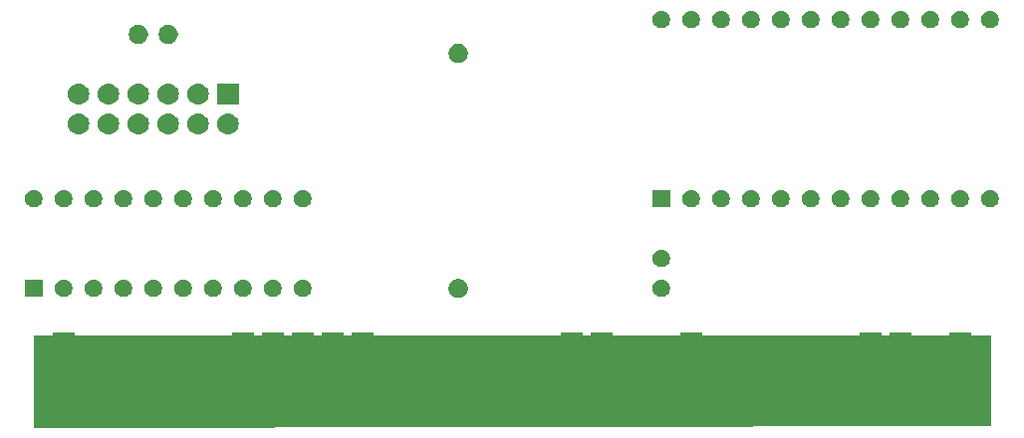
<source format=gbs>
G04 #@! TF.GenerationSoftware,KiCad,Pcbnew,(5.1.4)-1*
G04 #@! TF.CreationDate,2019-12-21T06:29:15+01:00*
G04 #@! TF.ProjectId,RTC8088,52544338-3038-4382-9e6b-696361645f70,rev?*
G04 #@! TF.SameCoordinates,Original*
G04 #@! TF.FileFunction,Soldermask,Bot*
G04 #@! TF.FilePolarity,Negative*
%FSLAX46Y46*%
G04 Gerber Fmt 4.6, Leading zero omitted, Abs format (unit mm)*
G04 Created by KiCad (PCBNEW (5.1.4)-1) date 2019-12-21 06:29:15*
%MOMM*%
%LPD*%
G04 APERTURE LIST*
%ADD10C,0.100000*%
G04 APERTURE END LIST*
D10*
G36*
X186690000Y-106934000D02*
G01*
X105410000Y-107061000D01*
X105410000Y-99314000D01*
X186690000Y-99314000D01*
X186690000Y-106934000D01*
G37*
X186690000Y-106934000D02*
X105410000Y-107061000D01*
X105410000Y-99314000D01*
X186690000Y-99314000D01*
X186690000Y-106934000D01*
G36*
X185090000Y-106731000D02*
G01*
X183210000Y-106731000D01*
X183210000Y-99009000D01*
X185090000Y-99009000D01*
X185090000Y-106731000D01*
X185090000Y-106731000D01*
G37*
G36*
X129210000Y-106731000D02*
G01*
X127330000Y-106731000D01*
X127330000Y-99009000D01*
X129210000Y-99009000D01*
X129210000Y-106731000D01*
X129210000Y-106731000D01*
G37*
G36*
X108890000Y-106731000D02*
G01*
X107010000Y-106731000D01*
X107010000Y-99009000D01*
X108890000Y-99009000D01*
X108890000Y-106731000D01*
X108890000Y-106731000D01*
G37*
G36*
X124130000Y-106731000D02*
G01*
X122250000Y-106731000D01*
X122250000Y-99009000D01*
X124130000Y-99009000D01*
X124130000Y-106731000D01*
X124130000Y-106731000D01*
G37*
G36*
X126670000Y-106731000D02*
G01*
X124790000Y-106731000D01*
X124790000Y-99009000D01*
X126670000Y-99009000D01*
X126670000Y-106731000D01*
X126670000Y-106731000D01*
G37*
G36*
X131750000Y-106731000D02*
G01*
X129870000Y-106731000D01*
X129870000Y-99009000D01*
X131750000Y-99009000D01*
X131750000Y-106731000D01*
X131750000Y-106731000D01*
G37*
G36*
X134290000Y-106731000D02*
G01*
X132410000Y-106731000D01*
X132410000Y-99009000D01*
X134290000Y-99009000D01*
X134290000Y-106731000D01*
X134290000Y-106731000D01*
G37*
G36*
X152070000Y-106731000D02*
G01*
X150190000Y-106731000D01*
X150190000Y-99009000D01*
X152070000Y-99009000D01*
X152070000Y-106731000D01*
X152070000Y-106731000D01*
G37*
G36*
X154610000Y-106731000D02*
G01*
X152730000Y-106731000D01*
X152730000Y-99009000D01*
X154610000Y-99009000D01*
X154610000Y-106731000D01*
X154610000Y-106731000D01*
G37*
G36*
X162230000Y-106731000D02*
G01*
X160350000Y-106731000D01*
X160350000Y-99009000D01*
X162230000Y-99009000D01*
X162230000Y-106731000D01*
X162230000Y-106731000D01*
G37*
G36*
X177470000Y-106731000D02*
G01*
X175590000Y-106731000D01*
X175590000Y-99009000D01*
X177470000Y-99009000D01*
X177470000Y-106731000D01*
X177470000Y-106731000D01*
G37*
G36*
X180010000Y-106731000D02*
G01*
X178130000Y-106731000D01*
X178130000Y-99009000D01*
X180010000Y-99009000D01*
X180010000Y-106731000D01*
X180010000Y-106731000D01*
G37*
G36*
X141721948Y-94498722D02*
G01*
X141869907Y-94560009D01*
X142003061Y-94648979D01*
X142116307Y-94762225D01*
X142205277Y-94895379D01*
X142266564Y-95043338D01*
X142297806Y-95200405D01*
X142297806Y-95360555D01*
X142266564Y-95517622D01*
X142205277Y-95665581D01*
X142116307Y-95798735D01*
X142003061Y-95911981D01*
X141869907Y-96000951D01*
X141721948Y-96062238D01*
X141564881Y-96093480D01*
X141404731Y-96093480D01*
X141247664Y-96062238D01*
X141099705Y-96000951D01*
X140966551Y-95911981D01*
X140853305Y-95798735D01*
X140764335Y-95665581D01*
X140703048Y-95517622D01*
X140671806Y-95360555D01*
X140671806Y-95200405D01*
X140703048Y-95043338D01*
X140764335Y-94895379D01*
X140853305Y-94762225D01*
X140966551Y-94648979D01*
X141099705Y-94560009D01*
X141247664Y-94498722D01*
X141404731Y-94467480D01*
X141564881Y-94467480D01*
X141721948Y-94498722D01*
X141721948Y-94498722D01*
G37*
G36*
X118204425Y-94504599D02*
G01*
X118328621Y-94529302D01*
X118465022Y-94585801D01*
X118587779Y-94667825D01*
X118692175Y-94772221D01*
X118774199Y-94894978D01*
X118830698Y-95031379D01*
X118859500Y-95176181D01*
X118859500Y-95323819D01*
X118830698Y-95468621D01*
X118774199Y-95605022D01*
X118692175Y-95727779D01*
X118587779Y-95832175D01*
X118465022Y-95914199D01*
X118328621Y-95970698D01*
X118204425Y-95995401D01*
X118183820Y-95999500D01*
X118036180Y-95999500D01*
X118015575Y-95995401D01*
X117891379Y-95970698D01*
X117754978Y-95914199D01*
X117632221Y-95832175D01*
X117527825Y-95727779D01*
X117445801Y-95605022D01*
X117389302Y-95468621D01*
X117360500Y-95323819D01*
X117360500Y-95176181D01*
X117389302Y-95031379D01*
X117445801Y-94894978D01*
X117527825Y-94772221D01*
X117632221Y-94667825D01*
X117754978Y-94585801D01*
X117891379Y-94529302D01*
X118015575Y-94504599D01*
X118036180Y-94500500D01*
X118183820Y-94500500D01*
X118204425Y-94504599D01*
X118204425Y-94504599D01*
G37*
G36*
X106159500Y-95999500D02*
G01*
X104660500Y-95999500D01*
X104660500Y-94500500D01*
X106159500Y-94500500D01*
X106159500Y-95999500D01*
X106159500Y-95999500D01*
G37*
G36*
X108044425Y-94504599D02*
G01*
X108168621Y-94529302D01*
X108305022Y-94585801D01*
X108427779Y-94667825D01*
X108532175Y-94772221D01*
X108614199Y-94894978D01*
X108670698Y-95031379D01*
X108699500Y-95176181D01*
X108699500Y-95323819D01*
X108670698Y-95468621D01*
X108614199Y-95605022D01*
X108532175Y-95727779D01*
X108427779Y-95832175D01*
X108305022Y-95914199D01*
X108168621Y-95970698D01*
X108044425Y-95995401D01*
X108023820Y-95999500D01*
X107876180Y-95999500D01*
X107855575Y-95995401D01*
X107731379Y-95970698D01*
X107594978Y-95914199D01*
X107472221Y-95832175D01*
X107367825Y-95727779D01*
X107285801Y-95605022D01*
X107229302Y-95468621D01*
X107200500Y-95323819D01*
X107200500Y-95176181D01*
X107229302Y-95031379D01*
X107285801Y-94894978D01*
X107367825Y-94772221D01*
X107472221Y-94667825D01*
X107594978Y-94585801D01*
X107731379Y-94529302D01*
X107855575Y-94504599D01*
X107876180Y-94500500D01*
X108023820Y-94500500D01*
X108044425Y-94504599D01*
X108044425Y-94504599D01*
G37*
G36*
X110584425Y-94504599D02*
G01*
X110708621Y-94529302D01*
X110845022Y-94585801D01*
X110967779Y-94667825D01*
X111072175Y-94772221D01*
X111154199Y-94894978D01*
X111210698Y-95031379D01*
X111239500Y-95176181D01*
X111239500Y-95323819D01*
X111210698Y-95468621D01*
X111154199Y-95605022D01*
X111072175Y-95727779D01*
X110967779Y-95832175D01*
X110845022Y-95914199D01*
X110708621Y-95970698D01*
X110584425Y-95995401D01*
X110563820Y-95999500D01*
X110416180Y-95999500D01*
X110395575Y-95995401D01*
X110271379Y-95970698D01*
X110134978Y-95914199D01*
X110012221Y-95832175D01*
X109907825Y-95727779D01*
X109825801Y-95605022D01*
X109769302Y-95468621D01*
X109740500Y-95323819D01*
X109740500Y-95176181D01*
X109769302Y-95031379D01*
X109825801Y-94894978D01*
X109907825Y-94772221D01*
X110012221Y-94667825D01*
X110134978Y-94585801D01*
X110271379Y-94529302D01*
X110395575Y-94504599D01*
X110416180Y-94500500D01*
X110563820Y-94500500D01*
X110584425Y-94504599D01*
X110584425Y-94504599D01*
G37*
G36*
X113124425Y-94504599D02*
G01*
X113248621Y-94529302D01*
X113385022Y-94585801D01*
X113507779Y-94667825D01*
X113612175Y-94772221D01*
X113694199Y-94894978D01*
X113750698Y-95031379D01*
X113779500Y-95176181D01*
X113779500Y-95323819D01*
X113750698Y-95468621D01*
X113694199Y-95605022D01*
X113612175Y-95727779D01*
X113507779Y-95832175D01*
X113385022Y-95914199D01*
X113248621Y-95970698D01*
X113124425Y-95995401D01*
X113103820Y-95999500D01*
X112956180Y-95999500D01*
X112935575Y-95995401D01*
X112811379Y-95970698D01*
X112674978Y-95914199D01*
X112552221Y-95832175D01*
X112447825Y-95727779D01*
X112365801Y-95605022D01*
X112309302Y-95468621D01*
X112280500Y-95323819D01*
X112280500Y-95176181D01*
X112309302Y-95031379D01*
X112365801Y-94894978D01*
X112447825Y-94772221D01*
X112552221Y-94667825D01*
X112674978Y-94585801D01*
X112811379Y-94529302D01*
X112935575Y-94504599D01*
X112956180Y-94500500D01*
X113103820Y-94500500D01*
X113124425Y-94504599D01*
X113124425Y-94504599D01*
G37*
G36*
X115664425Y-94504599D02*
G01*
X115788621Y-94529302D01*
X115925022Y-94585801D01*
X116047779Y-94667825D01*
X116152175Y-94772221D01*
X116234199Y-94894978D01*
X116290698Y-95031379D01*
X116319500Y-95176181D01*
X116319500Y-95323819D01*
X116290698Y-95468621D01*
X116234199Y-95605022D01*
X116152175Y-95727779D01*
X116047779Y-95832175D01*
X115925022Y-95914199D01*
X115788621Y-95970698D01*
X115664425Y-95995401D01*
X115643820Y-95999500D01*
X115496180Y-95999500D01*
X115475575Y-95995401D01*
X115351379Y-95970698D01*
X115214978Y-95914199D01*
X115092221Y-95832175D01*
X114987825Y-95727779D01*
X114905801Y-95605022D01*
X114849302Y-95468621D01*
X114820500Y-95323819D01*
X114820500Y-95176181D01*
X114849302Y-95031379D01*
X114905801Y-94894978D01*
X114987825Y-94772221D01*
X115092221Y-94667825D01*
X115214978Y-94585801D01*
X115351379Y-94529302D01*
X115475575Y-94504599D01*
X115496180Y-94500500D01*
X115643820Y-94500500D01*
X115664425Y-94504599D01*
X115664425Y-94504599D01*
G37*
G36*
X120744425Y-94504599D02*
G01*
X120868621Y-94529302D01*
X121005022Y-94585801D01*
X121127779Y-94667825D01*
X121232175Y-94772221D01*
X121314199Y-94894978D01*
X121370698Y-95031379D01*
X121399500Y-95176181D01*
X121399500Y-95323819D01*
X121370698Y-95468621D01*
X121314199Y-95605022D01*
X121232175Y-95727779D01*
X121127779Y-95832175D01*
X121005022Y-95914199D01*
X120868621Y-95970698D01*
X120744425Y-95995401D01*
X120723820Y-95999500D01*
X120576180Y-95999500D01*
X120555575Y-95995401D01*
X120431379Y-95970698D01*
X120294978Y-95914199D01*
X120172221Y-95832175D01*
X120067825Y-95727779D01*
X119985801Y-95605022D01*
X119929302Y-95468621D01*
X119900500Y-95323819D01*
X119900500Y-95176181D01*
X119929302Y-95031379D01*
X119985801Y-94894978D01*
X120067825Y-94772221D01*
X120172221Y-94667825D01*
X120294978Y-94585801D01*
X120431379Y-94529302D01*
X120555575Y-94504599D01*
X120576180Y-94500500D01*
X120723820Y-94500500D01*
X120744425Y-94504599D01*
X120744425Y-94504599D01*
G37*
G36*
X123284425Y-94504599D02*
G01*
X123408621Y-94529302D01*
X123545022Y-94585801D01*
X123667779Y-94667825D01*
X123772175Y-94772221D01*
X123854199Y-94894978D01*
X123910698Y-95031379D01*
X123939500Y-95176181D01*
X123939500Y-95323819D01*
X123910698Y-95468621D01*
X123854199Y-95605022D01*
X123772175Y-95727779D01*
X123667779Y-95832175D01*
X123545022Y-95914199D01*
X123408621Y-95970698D01*
X123284425Y-95995401D01*
X123263820Y-95999500D01*
X123116180Y-95999500D01*
X123095575Y-95995401D01*
X122971379Y-95970698D01*
X122834978Y-95914199D01*
X122712221Y-95832175D01*
X122607825Y-95727779D01*
X122525801Y-95605022D01*
X122469302Y-95468621D01*
X122440500Y-95323819D01*
X122440500Y-95176181D01*
X122469302Y-95031379D01*
X122525801Y-94894978D01*
X122607825Y-94772221D01*
X122712221Y-94667825D01*
X122834978Y-94585801D01*
X122971379Y-94529302D01*
X123095575Y-94504599D01*
X123116180Y-94500500D01*
X123263820Y-94500500D01*
X123284425Y-94504599D01*
X123284425Y-94504599D01*
G37*
G36*
X125824425Y-94504599D02*
G01*
X125948621Y-94529302D01*
X126085022Y-94585801D01*
X126207779Y-94667825D01*
X126312175Y-94772221D01*
X126394199Y-94894978D01*
X126450698Y-95031379D01*
X126479500Y-95176181D01*
X126479500Y-95323819D01*
X126450698Y-95468621D01*
X126394199Y-95605022D01*
X126312175Y-95727779D01*
X126207779Y-95832175D01*
X126085022Y-95914199D01*
X125948621Y-95970698D01*
X125824425Y-95995401D01*
X125803820Y-95999500D01*
X125656180Y-95999500D01*
X125635575Y-95995401D01*
X125511379Y-95970698D01*
X125374978Y-95914199D01*
X125252221Y-95832175D01*
X125147825Y-95727779D01*
X125065801Y-95605022D01*
X125009302Y-95468621D01*
X124980500Y-95323819D01*
X124980500Y-95176181D01*
X125009302Y-95031379D01*
X125065801Y-94894978D01*
X125147825Y-94772221D01*
X125252221Y-94667825D01*
X125374978Y-94585801D01*
X125511379Y-94529302D01*
X125635575Y-94504599D01*
X125656180Y-94500500D01*
X125803820Y-94500500D01*
X125824425Y-94504599D01*
X125824425Y-94504599D01*
G37*
G36*
X128364425Y-94504599D02*
G01*
X128488621Y-94529302D01*
X128625022Y-94585801D01*
X128747779Y-94667825D01*
X128852175Y-94772221D01*
X128934199Y-94894978D01*
X128990698Y-95031379D01*
X129019500Y-95176181D01*
X129019500Y-95323819D01*
X128990698Y-95468621D01*
X128934199Y-95605022D01*
X128852175Y-95727779D01*
X128747779Y-95832175D01*
X128625022Y-95914199D01*
X128488621Y-95970698D01*
X128364425Y-95995401D01*
X128343820Y-95999500D01*
X128196180Y-95999500D01*
X128175575Y-95995401D01*
X128051379Y-95970698D01*
X127914978Y-95914199D01*
X127792221Y-95832175D01*
X127687825Y-95727779D01*
X127605801Y-95605022D01*
X127549302Y-95468621D01*
X127520500Y-95323819D01*
X127520500Y-95176181D01*
X127549302Y-95031379D01*
X127605801Y-94894978D01*
X127687825Y-94772221D01*
X127792221Y-94667825D01*
X127914978Y-94585801D01*
X128051379Y-94529302D01*
X128175575Y-94504599D01*
X128196180Y-94500500D01*
X128343820Y-94500500D01*
X128364425Y-94504599D01*
X128364425Y-94504599D01*
G37*
G36*
X158844425Y-94504599D02*
G01*
X158968621Y-94529302D01*
X159105022Y-94585801D01*
X159227779Y-94667825D01*
X159332175Y-94772221D01*
X159414199Y-94894978D01*
X159470698Y-95031379D01*
X159499500Y-95176181D01*
X159499500Y-95323819D01*
X159470698Y-95468621D01*
X159414199Y-95605022D01*
X159332175Y-95727779D01*
X159227779Y-95832175D01*
X159105022Y-95914199D01*
X158968621Y-95970698D01*
X158844425Y-95995401D01*
X158823820Y-95999500D01*
X158676180Y-95999500D01*
X158655575Y-95995401D01*
X158531379Y-95970698D01*
X158394978Y-95914199D01*
X158272221Y-95832175D01*
X158167825Y-95727779D01*
X158085801Y-95605022D01*
X158029302Y-95468621D01*
X158000500Y-95323819D01*
X158000500Y-95176181D01*
X158029302Y-95031379D01*
X158085801Y-94894978D01*
X158167825Y-94772221D01*
X158272221Y-94667825D01*
X158394978Y-94585801D01*
X158531379Y-94529302D01*
X158655575Y-94504599D01*
X158676180Y-94500500D01*
X158823820Y-94500500D01*
X158844425Y-94504599D01*
X158844425Y-94504599D01*
G37*
G36*
X158844425Y-91964599D02*
G01*
X158968621Y-91989302D01*
X159105022Y-92045801D01*
X159227779Y-92127825D01*
X159332175Y-92232221D01*
X159414199Y-92354978D01*
X159470698Y-92491379D01*
X159499500Y-92636181D01*
X159499500Y-92783819D01*
X159470698Y-92928621D01*
X159414199Y-93065022D01*
X159332175Y-93187779D01*
X159227779Y-93292175D01*
X159105022Y-93374199D01*
X158968621Y-93430698D01*
X158844425Y-93455401D01*
X158823820Y-93459500D01*
X158676180Y-93459500D01*
X158655575Y-93455401D01*
X158531379Y-93430698D01*
X158394978Y-93374199D01*
X158272221Y-93292175D01*
X158167825Y-93187779D01*
X158085801Y-93065022D01*
X158029302Y-92928621D01*
X158000500Y-92783819D01*
X158000500Y-92636181D01*
X158029302Y-92491379D01*
X158085801Y-92354978D01*
X158167825Y-92232221D01*
X158272221Y-92127825D01*
X158394978Y-92045801D01*
X158531379Y-91989302D01*
X158655575Y-91964599D01*
X158676180Y-91960500D01*
X158823820Y-91960500D01*
X158844425Y-91964599D01*
X158844425Y-91964599D01*
G37*
G36*
X113124425Y-86884599D02*
G01*
X113248621Y-86909302D01*
X113385022Y-86965801D01*
X113507779Y-87047825D01*
X113612175Y-87152221D01*
X113694199Y-87274978D01*
X113750698Y-87411379D01*
X113779500Y-87556181D01*
X113779500Y-87703819D01*
X113750698Y-87848621D01*
X113694199Y-87985022D01*
X113612175Y-88107779D01*
X113507779Y-88212175D01*
X113385022Y-88294199D01*
X113248621Y-88350698D01*
X113124425Y-88375401D01*
X113103820Y-88379500D01*
X112956180Y-88379500D01*
X112935575Y-88375401D01*
X112811379Y-88350698D01*
X112674978Y-88294199D01*
X112552221Y-88212175D01*
X112447825Y-88107779D01*
X112365801Y-87985022D01*
X112309302Y-87848621D01*
X112280500Y-87703819D01*
X112280500Y-87556181D01*
X112309302Y-87411379D01*
X112365801Y-87274978D01*
X112447825Y-87152221D01*
X112552221Y-87047825D01*
X112674978Y-86965801D01*
X112811379Y-86909302D01*
X112935575Y-86884599D01*
X112956180Y-86880500D01*
X113103820Y-86880500D01*
X113124425Y-86884599D01*
X113124425Y-86884599D01*
G37*
G36*
X110584425Y-86884599D02*
G01*
X110708621Y-86909302D01*
X110845022Y-86965801D01*
X110967779Y-87047825D01*
X111072175Y-87152221D01*
X111154199Y-87274978D01*
X111210698Y-87411379D01*
X111239500Y-87556181D01*
X111239500Y-87703819D01*
X111210698Y-87848621D01*
X111154199Y-87985022D01*
X111072175Y-88107779D01*
X110967779Y-88212175D01*
X110845022Y-88294199D01*
X110708621Y-88350698D01*
X110584425Y-88375401D01*
X110563820Y-88379500D01*
X110416180Y-88379500D01*
X110395575Y-88375401D01*
X110271379Y-88350698D01*
X110134978Y-88294199D01*
X110012221Y-88212175D01*
X109907825Y-88107779D01*
X109825801Y-87985022D01*
X109769302Y-87848621D01*
X109740500Y-87703819D01*
X109740500Y-87556181D01*
X109769302Y-87411379D01*
X109825801Y-87274978D01*
X109907825Y-87152221D01*
X110012221Y-87047825D01*
X110134978Y-86965801D01*
X110271379Y-86909302D01*
X110395575Y-86884599D01*
X110416180Y-86880500D01*
X110563820Y-86880500D01*
X110584425Y-86884599D01*
X110584425Y-86884599D01*
G37*
G36*
X108044425Y-86884599D02*
G01*
X108168621Y-86909302D01*
X108305022Y-86965801D01*
X108427779Y-87047825D01*
X108532175Y-87152221D01*
X108614199Y-87274978D01*
X108670698Y-87411379D01*
X108699500Y-87556181D01*
X108699500Y-87703819D01*
X108670698Y-87848621D01*
X108614199Y-87985022D01*
X108532175Y-88107779D01*
X108427779Y-88212175D01*
X108305022Y-88294199D01*
X108168621Y-88350698D01*
X108044425Y-88375401D01*
X108023820Y-88379500D01*
X107876180Y-88379500D01*
X107855575Y-88375401D01*
X107731379Y-88350698D01*
X107594978Y-88294199D01*
X107472221Y-88212175D01*
X107367825Y-88107779D01*
X107285801Y-87985022D01*
X107229302Y-87848621D01*
X107200500Y-87703819D01*
X107200500Y-87556181D01*
X107229302Y-87411379D01*
X107285801Y-87274978D01*
X107367825Y-87152221D01*
X107472221Y-87047825D01*
X107594978Y-86965801D01*
X107731379Y-86909302D01*
X107855575Y-86884599D01*
X107876180Y-86880500D01*
X108023820Y-86880500D01*
X108044425Y-86884599D01*
X108044425Y-86884599D01*
G37*
G36*
X105504425Y-86884599D02*
G01*
X105628621Y-86909302D01*
X105765022Y-86965801D01*
X105887779Y-87047825D01*
X105992175Y-87152221D01*
X106074199Y-87274978D01*
X106130698Y-87411379D01*
X106159500Y-87556181D01*
X106159500Y-87703819D01*
X106130698Y-87848621D01*
X106074199Y-87985022D01*
X105992175Y-88107779D01*
X105887779Y-88212175D01*
X105765022Y-88294199D01*
X105628621Y-88350698D01*
X105504425Y-88375401D01*
X105483820Y-88379500D01*
X105336180Y-88379500D01*
X105315575Y-88375401D01*
X105191379Y-88350698D01*
X105054978Y-88294199D01*
X104932221Y-88212175D01*
X104827825Y-88107779D01*
X104745801Y-87985022D01*
X104689302Y-87848621D01*
X104660500Y-87703819D01*
X104660500Y-87556181D01*
X104689302Y-87411379D01*
X104745801Y-87274978D01*
X104827825Y-87152221D01*
X104932221Y-87047825D01*
X105054978Y-86965801D01*
X105191379Y-86909302D01*
X105315575Y-86884599D01*
X105336180Y-86880500D01*
X105483820Y-86880500D01*
X105504425Y-86884599D01*
X105504425Y-86884599D01*
G37*
G36*
X161384425Y-86884599D02*
G01*
X161508621Y-86909302D01*
X161645022Y-86965801D01*
X161767779Y-87047825D01*
X161872175Y-87152221D01*
X161954199Y-87274978D01*
X162010698Y-87411379D01*
X162039500Y-87556181D01*
X162039500Y-87703819D01*
X162010698Y-87848621D01*
X161954199Y-87985022D01*
X161872175Y-88107779D01*
X161767779Y-88212175D01*
X161645022Y-88294199D01*
X161508621Y-88350698D01*
X161384425Y-88375401D01*
X161363820Y-88379500D01*
X161216180Y-88379500D01*
X161195575Y-88375401D01*
X161071379Y-88350698D01*
X160934978Y-88294199D01*
X160812221Y-88212175D01*
X160707825Y-88107779D01*
X160625801Y-87985022D01*
X160569302Y-87848621D01*
X160540500Y-87703819D01*
X160540500Y-87556181D01*
X160569302Y-87411379D01*
X160625801Y-87274978D01*
X160707825Y-87152221D01*
X160812221Y-87047825D01*
X160934978Y-86965801D01*
X161071379Y-86909302D01*
X161195575Y-86884599D01*
X161216180Y-86880500D01*
X161363820Y-86880500D01*
X161384425Y-86884599D01*
X161384425Y-86884599D01*
G37*
G36*
X186784425Y-86884599D02*
G01*
X186908621Y-86909302D01*
X187045022Y-86965801D01*
X187167779Y-87047825D01*
X187272175Y-87152221D01*
X187354199Y-87274978D01*
X187410698Y-87411379D01*
X187439500Y-87556181D01*
X187439500Y-87703819D01*
X187410698Y-87848621D01*
X187354199Y-87985022D01*
X187272175Y-88107779D01*
X187167779Y-88212175D01*
X187045022Y-88294199D01*
X186908621Y-88350698D01*
X186784425Y-88375401D01*
X186763820Y-88379500D01*
X186616180Y-88379500D01*
X186595575Y-88375401D01*
X186471379Y-88350698D01*
X186334978Y-88294199D01*
X186212221Y-88212175D01*
X186107825Y-88107779D01*
X186025801Y-87985022D01*
X185969302Y-87848621D01*
X185940500Y-87703819D01*
X185940500Y-87556181D01*
X185969302Y-87411379D01*
X186025801Y-87274978D01*
X186107825Y-87152221D01*
X186212221Y-87047825D01*
X186334978Y-86965801D01*
X186471379Y-86909302D01*
X186595575Y-86884599D01*
X186616180Y-86880500D01*
X186763820Y-86880500D01*
X186784425Y-86884599D01*
X186784425Y-86884599D01*
G37*
G36*
X171544425Y-86884599D02*
G01*
X171668621Y-86909302D01*
X171805022Y-86965801D01*
X171927779Y-87047825D01*
X172032175Y-87152221D01*
X172114199Y-87274978D01*
X172170698Y-87411379D01*
X172199500Y-87556181D01*
X172199500Y-87703819D01*
X172170698Y-87848621D01*
X172114199Y-87985022D01*
X172032175Y-88107779D01*
X171927779Y-88212175D01*
X171805022Y-88294199D01*
X171668621Y-88350698D01*
X171544425Y-88375401D01*
X171523820Y-88379500D01*
X171376180Y-88379500D01*
X171355575Y-88375401D01*
X171231379Y-88350698D01*
X171094978Y-88294199D01*
X170972221Y-88212175D01*
X170867825Y-88107779D01*
X170785801Y-87985022D01*
X170729302Y-87848621D01*
X170700500Y-87703819D01*
X170700500Y-87556181D01*
X170729302Y-87411379D01*
X170785801Y-87274978D01*
X170867825Y-87152221D01*
X170972221Y-87047825D01*
X171094978Y-86965801D01*
X171231379Y-86909302D01*
X171355575Y-86884599D01*
X171376180Y-86880500D01*
X171523820Y-86880500D01*
X171544425Y-86884599D01*
X171544425Y-86884599D01*
G37*
G36*
X169004425Y-86884599D02*
G01*
X169128621Y-86909302D01*
X169265022Y-86965801D01*
X169387779Y-87047825D01*
X169492175Y-87152221D01*
X169574199Y-87274978D01*
X169630698Y-87411379D01*
X169659500Y-87556181D01*
X169659500Y-87703819D01*
X169630698Y-87848621D01*
X169574199Y-87985022D01*
X169492175Y-88107779D01*
X169387779Y-88212175D01*
X169265022Y-88294199D01*
X169128621Y-88350698D01*
X169004425Y-88375401D01*
X168983820Y-88379500D01*
X168836180Y-88379500D01*
X168815575Y-88375401D01*
X168691379Y-88350698D01*
X168554978Y-88294199D01*
X168432221Y-88212175D01*
X168327825Y-88107779D01*
X168245801Y-87985022D01*
X168189302Y-87848621D01*
X168160500Y-87703819D01*
X168160500Y-87556181D01*
X168189302Y-87411379D01*
X168245801Y-87274978D01*
X168327825Y-87152221D01*
X168432221Y-87047825D01*
X168554978Y-86965801D01*
X168691379Y-86909302D01*
X168815575Y-86884599D01*
X168836180Y-86880500D01*
X168983820Y-86880500D01*
X169004425Y-86884599D01*
X169004425Y-86884599D01*
G37*
G36*
X166464425Y-86884599D02*
G01*
X166588621Y-86909302D01*
X166725022Y-86965801D01*
X166847779Y-87047825D01*
X166952175Y-87152221D01*
X167034199Y-87274978D01*
X167090698Y-87411379D01*
X167119500Y-87556181D01*
X167119500Y-87703819D01*
X167090698Y-87848621D01*
X167034199Y-87985022D01*
X166952175Y-88107779D01*
X166847779Y-88212175D01*
X166725022Y-88294199D01*
X166588621Y-88350698D01*
X166464425Y-88375401D01*
X166443820Y-88379500D01*
X166296180Y-88379500D01*
X166275575Y-88375401D01*
X166151379Y-88350698D01*
X166014978Y-88294199D01*
X165892221Y-88212175D01*
X165787825Y-88107779D01*
X165705801Y-87985022D01*
X165649302Y-87848621D01*
X165620500Y-87703819D01*
X165620500Y-87556181D01*
X165649302Y-87411379D01*
X165705801Y-87274978D01*
X165787825Y-87152221D01*
X165892221Y-87047825D01*
X166014978Y-86965801D01*
X166151379Y-86909302D01*
X166275575Y-86884599D01*
X166296180Y-86880500D01*
X166443820Y-86880500D01*
X166464425Y-86884599D01*
X166464425Y-86884599D01*
G37*
G36*
X163924425Y-86884599D02*
G01*
X164048621Y-86909302D01*
X164185022Y-86965801D01*
X164307779Y-87047825D01*
X164412175Y-87152221D01*
X164494199Y-87274978D01*
X164550698Y-87411379D01*
X164579500Y-87556181D01*
X164579500Y-87703819D01*
X164550698Y-87848621D01*
X164494199Y-87985022D01*
X164412175Y-88107779D01*
X164307779Y-88212175D01*
X164185022Y-88294199D01*
X164048621Y-88350698D01*
X163924425Y-88375401D01*
X163903820Y-88379500D01*
X163756180Y-88379500D01*
X163735575Y-88375401D01*
X163611379Y-88350698D01*
X163474978Y-88294199D01*
X163352221Y-88212175D01*
X163247825Y-88107779D01*
X163165801Y-87985022D01*
X163109302Y-87848621D01*
X163080500Y-87703819D01*
X163080500Y-87556181D01*
X163109302Y-87411379D01*
X163165801Y-87274978D01*
X163247825Y-87152221D01*
X163352221Y-87047825D01*
X163474978Y-86965801D01*
X163611379Y-86909302D01*
X163735575Y-86884599D01*
X163756180Y-86880500D01*
X163903820Y-86880500D01*
X163924425Y-86884599D01*
X163924425Y-86884599D01*
G37*
G36*
X159499500Y-88379500D02*
G01*
X158000500Y-88379500D01*
X158000500Y-86880500D01*
X159499500Y-86880500D01*
X159499500Y-88379500D01*
X159499500Y-88379500D01*
G37*
G36*
X184244425Y-86884599D02*
G01*
X184368621Y-86909302D01*
X184505022Y-86965801D01*
X184627779Y-87047825D01*
X184732175Y-87152221D01*
X184814199Y-87274978D01*
X184870698Y-87411379D01*
X184899500Y-87556181D01*
X184899500Y-87703819D01*
X184870698Y-87848621D01*
X184814199Y-87985022D01*
X184732175Y-88107779D01*
X184627779Y-88212175D01*
X184505022Y-88294199D01*
X184368621Y-88350698D01*
X184244425Y-88375401D01*
X184223820Y-88379500D01*
X184076180Y-88379500D01*
X184055575Y-88375401D01*
X183931379Y-88350698D01*
X183794978Y-88294199D01*
X183672221Y-88212175D01*
X183567825Y-88107779D01*
X183485801Y-87985022D01*
X183429302Y-87848621D01*
X183400500Y-87703819D01*
X183400500Y-87556181D01*
X183429302Y-87411379D01*
X183485801Y-87274978D01*
X183567825Y-87152221D01*
X183672221Y-87047825D01*
X183794978Y-86965801D01*
X183931379Y-86909302D01*
X184055575Y-86884599D01*
X184076180Y-86880500D01*
X184223820Y-86880500D01*
X184244425Y-86884599D01*
X184244425Y-86884599D01*
G37*
G36*
X115664425Y-86884599D02*
G01*
X115788621Y-86909302D01*
X115925022Y-86965801D01*
X116047779Y-87047825D01*
X116152175Y-87152221D01*
X116234199Y-87274978D01*
X116290698Y-87411379D01*
X116319500Y-87556181D01*
X116319500Y-87703819D01*
X116290698Y-87848621D01*
X116234199Y-87985022D01*
X116152175Y-88107779D01*
X116047779Y-88212175D01*
X115925022Y-88294199D01*
X115788621Y-88350698D01*
X115664425Y-88375401D01*
X115643820Y-88379500D01*
X115496180Y-88379500D01*
X115475575Y-88375401D01*
X115351379Y-88350698D01*
X115214978Y-88294199D01*
X115092221Y-88212175D01*
X114987825Y-88107779D01*
X114905801Y-87985022D01*
X114849302Y-87848621D01*
X114820500Y-87703819D01*
X114820500Y-87556181D01*
X114849302Y-87411379D01*
X114905801Y-87274978D01*
X114987825Y-87152221D01*
X115092221Y-87047825D01*
X115214978Y-86965801D01*
X115351379Y-86909302D01*
X115475575Y-86884599D01*
X115496180Y-86880500D01*
X115643820Y-86880500D01*
X115664425Y-86884599D01*
X115664425Y-86884599D01*
G37*
G36*
X174084425Y-86884599D02*
G01*
X174208621Y-86909302D01*
X174345022Y-86965801D01*
X174467779Y-87047825D01*
X174572175Y-87152221D01*
X174654199Y-87274978D01*
X174710698Y-87411379D01*
X174739500Y-87556181D01*
X174739500Y-87703819D01*
X174710698Y-87848621D01*
X174654199Y-87985022D01*
X174572175Y-88107779D01*
X174467779Y-88212175D01*
X174345022Y-88294199D01*
X174208621Y-88350698D01*
X174084425Y-88375401D01*
X174063820Y-88379500D01*
X173916180Y-88379500D01*
X173895575Y-88375401D01*
X173771379Y-88350698D01*
X173634978Y-88294199D01*
X173512221Y-88212175D01*
X173407825Y-88107779D01*
X173325801Y-87985022D01*
X173269302Y-87848621D01*
X173240500Y-87703819D01*
X173240500Y-87556181D01*
X173269302Y-87411379D01*
X173325801Y-87274978D01*
X173407825Y-87152221D01*
X173512221Y-87047825D01*
X173634978Y-86965801D01*
X173771379Y-86909302D01*
X173895575Y-86884599D01*
X173916180Y-86880500D01*
X174063820Y-86880500D01*
X174084425Y-86884599D01*
X174084425Y-86884599D01*
G37*
G36*
X176624425Y-86884599D02*
G01*
X176748621Y-86909302D01*
X176885022Y-86965801D01*
X177007779Y-87047825D01*
X177112175Y-87152221D01*
X177194199Y-87274978D01*
X177250698Y-87411379D01*
X177279500Y-87556181D01*
X177279500Y-87703819D01*
X177250698Y-87848621D01*
X177194199Y-87985022D01*
X177112175Y-88107779D01*
X177007779Y-88212175D01*
X176885022Y-88294199D01*
X176748621Y-88350698D01*
X176624425Y-88375401D01*
X176603820Y-88379500D01*
X176456180Y-88379500D01*
X176435575Y-88375401D01*
X176311379Y-88350698D01*
X176174978Y-88294199D01*
X176052221Y-88212175D01*
X175947825Y-88107779D01*
X175865801Y-87985022D01*
X175809302Y-87848621D01*
X175780500Y-87703819D01*
X175780500Y-87556181D01*
X175809302Y-87411379D01*
X175865801Y-87274978D01*
X175947825Y-87152221D01*
X176052221Y-87047825D01*
X176174978Y-86965801D01*
X176311379Y-86909302D01*
X176435575Y-86884599D01*
X176456180Y-86880500D01*
X176603820Y-86880500D01*
X176624425Y-86884599D01*
X176624425Y-86884599D01*
G37*
G36*
X179164425Y-86884599D02*
G01*
X179288621Y-86909302D01*
X179425022Y-86965801D01*
X179547779Y-87047825D01*
X179652175Y-87152221D01*
X179734199Y-87274978D01*
X179790698Y-87411379D01*
X179819500Y-87556181D01*
X179819500Y-87703819D01*
X179790698Y-87848621D01*
X179734199Y-87985022D01*
X179652175Y-88107779D01*
X179547779Y-88212175D01*
X179425022Y-88294199D01*
X179288621Y-88350698D01*
X179164425Y-88375401D01*
X179143820Y-88379500D01*
X178996180Y-88379500D01*
X178975575Y-88375401D01*
X178851379Y-88350698D01*
X178714978Y-88294199D01*
X178592221Y-88212175D01*
X178487825Y-88107779D01*
X178405801Y-87985022D01*
X178349302Y-87848621D01*
X178320500Y-87703819D01*
X178320500Y-87556181D01*
X178349302Y-87411379D01*
X178405801Y-87274978D01*
X178487825Y-87152221D01*
X178592221Y-87047825D01*
X178714978Y-86965801D01*
X178851379Y-86909302D01*
X178975575Y-86884599D01*
X178996180Y-86880500D01*
X179143820Y-86880500D01*
X179164425Y-86884599D01*
X179164425Y-86884599D01*
G37*
G36*
X181704425Y-86884599D02*
G01*
X181828621Y-86909302D01*
X181965022Y-86965801D01*
X182087779Y-87047825D01*
X182192175Y-87152221D01*
X182274199Y-87274978D01*
X182330698Y-87411379D01*
X182359500Y-87556181D01*
X182359500Y-87703819D01*
X182330698Y-87848621D01*
X182274199Y-87985022D01*
X182192175Y-88107779D01*
X182087779Y-88212175D01*
X181965022Y-88294199D01*
X181828621Y-88350698D01*
X181704425Y-88375401D01*
X181683820Y-88379500D01*
X181536180Y-88379500D01*
X181515575Y-88375401D01*
X181391379Y-88350698D01*
X181254978Y-88294199D01*
X181132221Y-88212175D01*
X181027825Y-88107779D01*
X180945801Y-87985022D01*
X180889302Y-87848621D01*
X180860500Y-87703819D01*
X180860500Y-87556181D01*
X180889302Y-87411379D01*
X180945801Y-87274978D01*
X181027825Y-87152221D01*
X181132221Y-87047825D01*
X181254978Y-86965801D01*
X181391379Y-86909302D01*
X181515575Y-86884599D01*
X181536180Y-86880500D01*
X181683820Y-86880500D01*
X181704425Y-86884599D01*
X181704425Y-86884599D01*
G37*
G36*
X128364425Y-86884599D02*
G01*
X128488621Y-86909302D01*
X128625022Y-86965801D01*
X128747779Y-87047825D01*
X128852175Y-87152221D01*
X128934199Y-87274978D01*
X128990698Y-87411379D01*
X129019500Y-87556181D01*
X129019500Y-87703819D01*
X128990698Y-87848621D01*
X128934199Y-87985022D01*
X128852175Y-88107779D01*
X128747779Y-88212175D01*
X128625022Y-88294199D01*
X128488621Y-88350698D01*
X128364425Y-88375401D01*
X128343820Y-88379500D01*
X128196180Y-88379500D01*
X128175575Y-88375401D01*
X128051379Y-88350698D01*
X127914978Y-88294199D01*
X127792221Y-88212175D01*
X127687825Y-88107779D01*
X127605801Y-87985022D01*
X127549302Y-87848621D01*
X127520500Y-87703819D01*
X127520500Y-87556181D01*
X127549302Y-87411379D01*
X127605801Y-87274978D01*
X127687825Y-87152221D01*
X127792221Y-87047825D01*
X127914978Y-86965801D01*
X128051379Y-86909302D01*
X128175575Y-86884599D01*
X128196180Y-86880500D01*
X128343820Y-86880500D01*
X128364425Y-86884599D01*
X128364425Y-86884599D01*
G37*
G36*
X125824425Y-86884599D02*
G01*
X125948621Y-86909302D01*
X126085022Y-86965801D01*
X126207779Y-87047825D01*
X126312175Y-87152221D01*
X126394199Y-87274978D01*
X126450698Y-87411379D01*
X126479500Y-87556181D01*
X126479500Y-87703819D01*
X126450698Y-87848621D01*
X126394199Y-87985022D01*
X126312175Y-88107779D01*
X126207779Y-88212175D01*
X126085022Y-88294199D01*
X125948621Y-88350698D01*
X125824425Y-88375401D01*
X125803820Y-88379500D01*
X125656180Y-88379500D01*
X125635575Y-88375401D01*
X125511379Y-88350698D01*
X125374978Y-88294199D01*
X125252221Y-88212175D01*
X125147825Y-88107779D01*
X125065801Y-87985022D01*
X125009302Y-87848621D01*
X124980500Y-87703819D01*
X124980500Y-87556181D01*
X125009302Y-87411379D01*
X125065801Y-87274978D01*
X125147825Y-87152221D01*
X125252221Y-87047825D01*
X125374978Y-86965801D01*
X125511379Y-86909302D01*
X125635575Y-86884599D01*
X125656180Y-86880500D01*
X125803820Y-86880500D01*
X125824425Y-86884599D01*
X125824425Y-86884599D01*
G37*
G36*
X123284425Y-86884599D02*
G01*
X123408621Y-86909302D01*
X123545022Y-86965801D01*
X123667779Y-87047825D01*
X123772175Y-87152221D01*
X123854199Y-87274978D01*
X123910698Y-87411379D01*
X123939500Y-87556181D01*
X123939500Y-87703819D01*
X123910698Y-87848621D01*
X123854199Y-87985022D01*
X123772175Y-88107779D01*
X123667779Y-88212175D01*
X123545022Y-88294199D01*
X123408621Y-88350698D01*
X123284425Y-88375401D01*
X123263820Y-88379500D01*
X123116180Y-88379500D01*
X123095575Y-88375401D01*
X122971379Y-88350698D01*
X122834978Y-88294199D01*
X122712221Y-88212175D01*
X122607825Y-88107779D01*
X122525801Y-87985022D01*
X122469302Y-87848621D01*
X122440500Y-87703819D01*
X122440500Y-87556181D01*
X122469302Y-87411379D01*
X122525801Y-87274978D01*
X122607825Y-87152221D01*
X122712221Y-87047825D01*
X122834978Y-86965801D01*
X122971379Y-86909302D01*
X123095575Y-86884599D01*
X123116180Y-86880500D01*
X123263820Y-86880500D01*
X123284425Y-86884599D01*
X123284425Y-86884599D01*
G37*
G36*
X120744425Y-86884599D02*
G01*
X120868621Y-86909302D01*
X121005022Y-86965801D01*
X121127779Y-87047825D01*
X121232175Y-87152221D01*
X121314199Y-87274978D01*
X121370698Y-87411379D01*
X121399500Y-87556181D01*
X121399500Y-87703819D01*
X121370698Y-87848621D01*
X121314199Y-87985022D01*
X121232175Y-88107779D01*
X121127779Y-88212175D01*
X121005022Y-88294199D01*
X120868621Y-88350698D01*
X120744425Y-88375401D01*
X120723820Y-88379500D01*
X120576180Y-88379500D01*
X120555575Y-88375401D01*
X120431379Y-88350698D01*
X120294978Y-88294199D01*
X120172221Y-88212175D01*
X120067825Y-88107779D01*
X119985801Y-87985022D01*
X119929302Y-87848621D01*
X119900500Y-87703819D01*
X119900500Y-87556181D01*
X119929302Y-87411379D01*
X119985801Y-87274978D01*
X120067825Y-87152221D01*
X120172221Y-87047825D01*
X120294978Y-86965801D01*
X120431379Y-86909302D01*
X120555575Y-86884599D01*
X120576180Y-86880500D01*
X120723820Y-86880500D01*
X120744425Y-86884599D01*
X120744425Y-86884599D01*
G37*
G36*
X118204425Y-86884599D02*
G01*
X118328621Y-86909302D01*
X118465022Y-86965801D01*
X118587779Y-87047825D01*
X118692175Y-87152221D01*
X118774199Y-87274978D01*
X118830698Y-87411379D01*
X118859500Y-87556181D01*
X118859500Y-87703819D01*
X118830698Y-87848621D01*
X118774199Y-87985022D01*
X118692175Y-88107779D01*
X118587779Y-88212175D01*
X118465022Y-88294199D01*
X118328621Y-88350698D01*
X118204425Y-88375401D01*
X118183820Y-88379500D01*
X118036180Y-88379500D01*
X118015575Y-88375401D01*
X117891379Y-88350698D01*
X117754978Y-88294199D01*
X117632221Y-88212175D01*
X117527825Y-88107779D01*
X117445801Y-87985022D01*
X117389302Y-87848621D01*
X117360500Y-87703819D01*
X117360500Y-87556181D01*
X117389302Y-87411379D01*
X117445801Y-87274978D01*
X117527825Y-87152221D01*
X117632221Y-87047825D01*
X117754978Y-86965801D01*
X117891379Y-86909302D01*
X118015575Y-86884599D01*
X118036180Y-86880500D01*
X118183820Y-86880500D01*
X118204425Y-86884599D01*
X118204425Y-86884599D01*
G37*
G36*
X109330442Y-80385518D02*
G01*
X109396627Y-80392037D01*
X109566466Y-80443557D01*
X109722991Y-80527222D01*
X109758729Y-80556552D01*
X109860186Y-80639814D01*
X109943448Y-80741271D01*
X109972778Y-80777009D01*
X110056443Y-80933534D01*
X110107963Y-81103373D01*
X110125359Y-81280000D01*
X110107963Y-81456627D01*
X110056443Y-81626466D01*
X109972778Y-81782991D01*
X109943448Y-81818729D01*
X109860186Y-81920186D01*
X109758729Y-82003448D01*
X109722991Y-82032778D01*
X109566466Y-82116443D01*
X109396627Y-82167963D01*
X109330443Y-82174481D01*
X109264260Y-82181000D01*
X109175740Y-82181000D01*
X109109557Y-82174481D01*
X109043373Y-82167963D01*
X108873534Y-82116443D01*
X108717009Y-82032778D01*
X108681271Y-82003448D01*
X108579814Y-81920186D01*
X108496552Y-81818729D01*
X108467222Y-81782991D01*
X108383557Y-81626466D01*
X108332037Y-81456627D01*
X108314641Y-81280000D01*
X108332037Y-81103373D01*
X108383557Y-80933534D01*
X108467222Y-80777009D01*
X108496552Y-80741271D01*
X108579814Y-80639814D01*
X108681271Y-80556552D01*
X108717009Y-80527222D01*
X108873534Y-80443557D01*
X109043373Y-80392037D01*
X109109558Y-80385518D01*
X109175740Y-80379000D01*
X109264260Y-80379000D01*
X109330442Y-80385518D01*
X109330442Y-80385518D01*
G37*
G36*
X119490442Y-80385518D02*
G01*
X119556627Y-80392037D01*
X119726466Y-80443557D01*
X119882991Y-80527222D01*
X119918729Y-80556552D01*
X120020186Y-80639814D01*
X120103448Y-80741271D01*
X120132778Y-80777009D01*
X120216443Y-80933534D01*
X120267963Y-81103373D01*
X120285359Y-81280000D01*
X120267963Y-81456627D01*
X120216443Y-81626466D01*
X120132778Y-81782991D01*
X120103448Y-81818729D01*
X120020186Y-81920186D01*
X119918729Y-82003448D01*
X119882991Y-82032778D01*
X119726466Y-82116443D01*
X119556627Y-82167963D01*
X119490443Y-82174481D01*
X119424260Y-82181000D01*
X119335740Y-82181000D01*
X119269557Y-82174481D01*
X119203373Y-82167963D01*
X119033534Y-82116443D01*
X118877009Y-82032778D01*
X118841271Y-82003448D01*
X118739814Y-81920186D01*
X118656552Y-81818729D01*
X118627222Y-81782991D01*
X118543557Y-81626466D01*
X118492037Y-81456627D01*
X118474641Y-81280000D01*
X118492037Y-81103373D01*
X118543557Y-80933534D01*
X118627222Y-80777009D01*
X118656552Y-80741271D01*
X118739814Y-80639814D01*
X118841271Y-80556552D01*
X118877009Y-80527222D01*
X119033534Y-80443557D01*
X119203373Y-80392037D01*
X119269558Y-80385518D01*
X119335740Y-80379000D01*
X119424260Y-80379000D01*
X119490442Y-80385518D01*
X119490442Y-80385518D01*
G37*
G36*
X111870442Y-80385518D02*
G01*
X111936627Y-80392037D01*
X112106466Y-80443557D01*
X112262991Y-80527222D01*
X112298729Y-80556552D01*
X112400186Y-80639814D01*
X112483448Y-80741271D01*
X112512778Y-80777009D01*
X112596443Y-80933534D01*
X112647963Y-81103373D01*
X112665359Y-81280000D01*
X112647963Y-81456627D01*
X112596443Y-81626466D01*
X112512778Y-81782991D01*
X112483448Y-81818729D01*
X112400186Y-81920186D01*
X112298729Y-82003448D01*
X112262991Y-82032778D01*
X112106466Y-82116443D01*
X111936627Y-82167963D01*
X111870443Y-82174481D01*
X111804260Y-82181000D01*
X111715740Y-82181000D01*
X111649557Y-82174481D01*
X111583373Y-82167963D01*
X111413534Y-82116443D01*
X111257009Y-82032778D01*
X111221271Y-82003448D01*
X111119814Y-81920186D01*
X111036552Y-81818729D01*
X111007222Y-81782991D01*
X110923557Y-81626466D01*
X110872037Y-81456627D01*
X110854641Y-81280000D01*
X110872037Y-81103373D01*
X110923557Y-80933534D01*
X111007222Y-80777009D01*
X111036552Y-80741271D01*
X111119814Y-80639814D01*
X111221271Y-80556552D01*
X111257009Y-80527222D01*
X111413534Y-80443557D01*
X111583373Y-80392037D01*
X111649558Y-80385518D01*
X111715740Y-80379000D01*
X111804260Y-80379000D01*
X111870442Y-80385518D01*
X111870442Y-80385518D01*
G37*
G36*
X114410442Y-80385518D02*
G01*
X114476627Y-80392037D01*
X114646466Y-80443557D01*
X114802991Y-80527222D01*
X114838729Y-80556552D01*
X114940186Y-80639814D01*
X115023448Y-80741271D01*
X115052778Y-80777009D01*
X115136443Y-80933534D01*
X115187963Y-81103373D01*
X115205359Y-81280000D01*
X115187963Y-81456627D01*
X115136443Y-81626466D01*
X115052778Y-81782991D01*
X115023448Y-81818729D01*
X114940186Y-81920186D01*
X114838729Y-82003448D01*
X114802991Y-82032778D01*
X114646466Y-82116443D01*
X114476627Y-82167963D01*
X114410443Y-82174481D01*
X114344260Y-82181000D01*
X114255740Y-82181000D01*
X114189557Y-82174481D01*
X114123373Y-82167963D01*
X113953534Y-82116443D01*
X113797009Y-82032778D01*
X113761271Y-82003448D01*
X113659814Y-81920186D01*
X113576552Y-81818729D01*
X113547222Y-81782991D01*
X113463557Y-81626466D01*
X113412037Y-81456627D01*
X113394641Y-81280000D01*
X113412037Y-81103373D01*
X113463557Y-80933534D01*
X113547222Y-80777009D01*
X113576552Y-80741271D01*
X113659814Y-80639814D01*
X113761271Y-80556552D01*
X113797009Y-80527222D01*
X113953534Y-80443557D01*
X114123373Y-80392037D01*
X114189558Y-80385518D01*
X114255740Y-80379000D01*
X114344260Y-80379000D01*
X114410442Y-80385518D01*
X114410442Y-80385518D01*
G37*
G36*
X116950442Y-80385518D02*
G01*
X117016627Y-80392037D01*
X117186466Y-80443557D01*
X117342991Y-80527222D01*
X117378729Y-80556552D01*
X117480186Y-80639814D01*
X117563448Y-80741271D01*
X117592778Y-80777009D01*
X117676443Y-80933534D01*
X117727963Y-81103373D01*
X117745359Y-81280000D01*
X117727963Y-81456627D01*
X117676443Y-81626466D01*
X117592778Y-81782991D01*
X117563448Y-81818729D01*
X117480186Y-81920186D01*
X117378729Y-82003448D01*
X117342991Y-82032778D01*
X117186466Y-82116443D01*
X117016627Y-82167963D01*
X116950443Y-82174481D01*
X116884260Y-82181000D01*
X116795740Y-82181000D01*
X116729557Y-82174481D01*
X116663373Y-82167963D01*
X116493534Y-82116443D01*
X116337009Y-82032778D01*
X116301271Y-82003448D01*
X116199814Y-81920186D01*
X116116552Y-81818729D01*
X116087222Y-81782991D01*
X116003557Y-81626466D01*
X115952037Y-81456627D01*
X115934641Y-81280000D01*
X115952037Y-81103373D01*
X116003557Y-80933534D01*
X116087222Y-80777009D01*
X116116552Y-80741271D01*
X116199814Y-80639814D01*
X116301271Y-80556552D01*
X116337009Y-80527222D01*
X116493534Y-80443557D01*
X116663373Y-80392037D01*
X116729558Y-80385518D01*
X116795740Y-80379000D01*
X116884260Y-80379000D01*
X116950442Y-80385518D01*
X116950442Y-80385518D01*
G37*
G36*
X122030442Y-80385518D02*
G01*
X122096627Y-80392037D01*
X122266466Y-80443557D01*
X122422991Y-80527222D01*
X122458729Y-80556552D01*
X122560186Y-80639814D01*
X122643448Y-80741271D01*
X122672778Y-80777009D01*
X122756443Y-80933534D01*
X122807963Y-81103373D01*
X122825359Y-81280000D01*
X122807963Y-81456627D01*
X122756443Y-81626466D01*
X122672778Y-81782991D01*
X122643448Y-81818729D01*
X122560186Y-81920186D01*
X122458729Y-82003448D01*
X122422991Y-82032778D01*
X122266466Y-82116443D01*
X122096627Y-82167963D01*
X122030443Y-82174481D01*
X121964260Y-82181000D01*
X121875740Y-82181000D01*
X121809557Y-82174481D01*
X121743373Y-82167963D01*
X121573534Y-82116443D01*
X121417009Y-82032778D01*
X121381271Y-82003448D01*
X121279814Y-81920186D01*
X121196552Y-81818729D01*
X121167222Y-81782991D01*
X121083557Y-81626466D01*
X121032037Y-81456627D01*
X121014641Y-81280000D01*
X121032037Y-81103373D01*
X121083557Y-80933534D01*
X121167222Y-80777009D01*
X121196552Y-80741271D01*
X121279814Y-80639814D01*
X121381271Y-80556552D01*
X121417009Y-80527222D01*
X121573534Y-80443557D01*
X121743373Y-80392037D01*
X121809558Y-80385518D01*
X121875740Y-80379000D01*
X121964260Y-80379000D01*
X122030442Y-80385518D01*
X122030442Y-80385518D01*
G37*
G36*
X116950443Y-77845519D02*
G01*
X117016627Y-77852037D01*
X117186466Y-77903557D01*
X117342991Y-77987222D01*
X117378729Y-78016552D01*
X117480186Y-78099814D01*
X117563448Y-78201271D01*
X117592778Y-78237009D01*
X117676443Y-78393534D01*
X117727963Y-78563373D01*
X117745359Y-78740000D01*
X117727963Y-78916627D01*
X117676443Y-79086466D01*
X117592778Y-79242991D01*
X117563448Y-79278729D01*
X117480186Y-79380186D01*
X117378729Y-79463448D01*
X117342991Y-79492778D01*
X117186466Y-79576443D01*
X117016627Y-79627963D01*
X116950442Y-79634482D01*
X116884260Y-79641000D01*
X116795740Y-79641000D01*
X116729558Y-79634482D01*
X116663373Y-79627963D01*
X116493534Y-79576443D01*
X116337009Y-79492778D01*
X116301271Y-79463448D01*
X116199814Y-79380186D01*
X116116552Y-79278729D01*
X116087222Y-79242991D01*
X116003557Y-79086466D01*
X115952037Y-78916627D01*
X115934641Y-78740000D01*
X115952037Y-78563373D01*
X116003557Y-78393534D01*
X116087222Y-78237009D01*
X116116552Y-78201271D01*
X116199814Y-78099814D01*
X116301271Y-78016552D01*
X116337009Y-77987222D01*
X116493534Y-77903557D01*
X116663373Y-77852037D01*
X116729557Y-77845519D01*
X116795740Y-77839000D01*
X116884260Y-77839000D01*
X116950443Y-77845519D01*
X116950443Y-77845519D01*
G37*
G36*
X109330443Y-77845519D02*
G01*
X109396627Y-77852037D01*
X109566466Y-77903557D01*
X109722991Y-77987222D01*
X109758729Y-78016552D01*
X109860186Y-78099814D01*
X109943448Y-78201271D01*
X109972778Y-78237009D01*
X110056443Y-78393534D01*
X110107963Y-78563373D01*
X110125359Y-78740000D01*
X110107963Y-78916627D01*
X110056443Y-79086466D01*
X109972778Y-79242991D01*
X109943448Y-79278729D01*
X109860186Y-79380186D01*
X109758729Y-79463448D01*
X109722991Y-79492778D01*
X109566466Y-79576443D01*
X109396627Y-79627963D01*
X109330442Y-79634482D01*
X109264260Y-79641000D01*
X109175740Y-79641000D01*
X109109558Y-79634482D01*
X109043373Y-79627963D01*
X108873534Y-79576443D01*
X108717009Y-79492778D01*
X108681271Y-79463448D01*
X108579814Y-79380186D01*
X108496552Y-79278729D01*
X108467222Y-79242991D01*
X108383557Y-79086466D01*
X108332037Y-78916627D01*
X108314641Y-78740000D01*
X108332037Y-78563373D01*
X108383557Y-78393534D01*
X108467222Y-78237009D01*
X108496552Y-78201271D01*
X108579814Y-78099814D01*
X108681271Y-78016552D01*
X108717009Y-77987222D01*
X108873534Y-77903557D01*
X109043373Y-77852037D01*
X109109557Y-77845519D01*
X109175740Y-77839000D01*
X109264260Y-77839000D01*
X109330443Y-77845519D01*
X109330443Y-77845519D01*
G37*
G36*
X111870443Y-77845519D02*
G01*
X111936627Y-77852037D01*
X112106466Y-77903557D01*
X112262991Y-77987222D01*
X112298729Y-78016552D01*
X112400186Y-78099814D01*
X112483448Y-78201271D01*
X112512778Y-78237009D01*
X112596443Y-78393534D01*
X112647963Y-78563373D01*
X112665359Y-78740000D01*
X112647963Y-78916627D01*
X112596443Y-79086466D01*
X112512778Y-79242991D01*
X112483448Y-79278729D01*
X112400186Y-79380186D01*
X112298729Y-79463448D01*
X112262991Y-79492778D01*
X112106466Y-79576443D01*
X111936627Y-79627963D01*
X111870442Y-79634482D01*
X111804260Y-79641000D01*
X111715740Y-79641000D01*
X111649558Y-79634482D01*
X111583373Y-79627963D01*
X111413534Y-79576443D01*
X111257009Y-79492778D01*
X111221271Y-79463448D01*
X111119814Y-79380186D01*
X111036552Y-79278729D01*
X111007222Y-79242991D01*
X110923557Y-79086466D01*
X110872037Y-78916627D01*
X110854641Y-78740000D01*
X110872037Y-78563373D01*
X110923557Y-78393534D01*
X111007222Y-78237009D01*
X111036552Y-78201271D01*
X111119814Y-78099814D01*
X111221271Y-78016552D01*
X111257009Y-77987222D01*
X111413534Y-77903557D01*
X111583373Y-77852037D01*
X111649557Y-77845519D01*
X111715740Y-77839000D01*
X111804260Y-77839000D01*
X111870443Y-77845519D01*
X111870443Y-77845519D01*
G37*
G36*
X119490443Y-77845519D02*
G01*
X119556627Y-77852037D01*
X119726466Y-77903557D01*
X119882991Y-77987222D01*
X119918729Y-78016552D01*
X120020186Y-78099814D01*
X120103448Y-78201271D01*
X120132778Y-78237009D01*
X120216443Y-78393534D01*
X120267963Y-78563373D01*
X120285359Y-78740000D01*
X120267963Y-78916627D01*
X120216443Y-79086466D01*
X120132778Y-79242991D01*
X120103448Y-79278729D01*
X120020186Y-79380186D01*
X119918729Y-79463448D01*
X119882991Y-79492778D01*
X119726466Y-79576443D01*
X119556627Y-79627963D01*
X119490442Y-79634482D01*
X119424260Y-79641000D01*
X119335740Y-79641000D01*
X119269558Y-79634482D01*
X119203373Y-79627963D01*
X119033534Y-79576443D01*
X118877009Y-79492778D01*
X118841271Y-79463448D01*
X118739814Y-79380186D01*
X118656552Y-79278729D01*
X118627222Y-79242991D01*
X118543557Y-79086466D01*
X118492037Y-78916627D01*
X118474641Y-78740000D01*
X118492037Y-78563373D01*
X118543557Y-78393534D01*
X118627222Y-78237009D01*
X118656552Y-78201271D01*
X118739814Y-78099814D01*
X118841271Y-78016552D01*
X118877009Y-77987222D01*
X119033534Y-77903557D01*
X119203373Y-77852037D01*
X119269557Y-77845519D01*
X119335740Y-77839000D01*
X119424260Y-77839000D01*
X119490443Y-77845519D01*
X119490443Y-77845519D01*
G37*
G36*
X122821000Y-79641000D02*
G01*
X121019000Y-79641000D01*
X121019000Y-77839000D01*
X122821000Y-77839000D01*
X122821000Y-79641000D01*
X122821000Y-79641000D01*
G37*
G36*
X114410443Y-77845519D02*
G01*
X114476627Y-77852037D01*
X114646466Y-77903557D01*
X114802991Y-77987222D01*
X114838729Y-78016552D01*
X114940186Y-78099814D01*
X115023448Y-78201271D01*
X115052778Y-78237009D01*
X115136443Y-78393534D01*
X115187963Y-78563373D01*
X115205359Y-78740000D01*
X115187963Y-78916627D01*
X115136443Y-79086466D01*
X115052778Y-79242991D01*
X115023448Y-79278729D01*
X114940186Y-79380186D01*
X114838729Y-79463448D01*
X114802991Y-79492778D01*
X114646466Y-79576443D01*
X114476627Y-79627963D01*
X114410442Y-79634482D01*
X114344260Y-79641000D01*
X114255740Y-79641000D01*
X114189558Y-79634482D01*
X114123373Y-79627963D01*
X113953534Y-79576443D01*
X113797009Y-79492778D01*
X113761271Y-79463448D01*
X113659814Y-79380186D01*
X113576552Y-79278729D01*
X113547222Y-79242991D01*
X113463557Y-79086466D01*
X113412037Y-78916627D01*
X113394641Y-78740000D01*
X113412037Y-78563373D01*
X113463557Y-78393534D01*
X113547222Y-78237009D01*
X113576552Y-78201271D01*
X113659814Y-78099814D01*
X113761271Y-78016552D01*
X113797009Y-77987222D01*
X113953534Y-77903557D01*
X114123373Y-77852037D01*
X114189557Y-77845519D01*
X114255740Y-77839000D01*
X114344260Y-77839000D01*
X114410443Y-77845519D01*
X114410443Y-77845519D01*
G37*
G36*
X141721948Y-74498762D02*
G01*
X141869907Y-74560049D01*
X142003061Y-74649019D01*
X142116307Y-74762265D01*
X142205277Y-74895419D01*
X142266564Y-75043378D01*
X142297806Y-75200445D01*
X142297806Y-75360595D01*
X142266564Y-75517662D01*
X142205277Y-75665621D01*
X142116307Y-75798775D01*
X142003061Y-75912021D01*
X141869907Y-76000991D01*
X141721948Y-76062278D01*
X141564881Y-76093520D01*
X141404731Y-76093520D01*
X141247664Y-76062278D01*
X141099705Y-76000991D01*
X140966551Y-75912021D01*
X140853305Y-75798775D01*
X140764335Y-75665621D01*
X140703048Y-75517662D01*
X140671806Y-75360595D01*
X140671806Y-75200445D01*
X140703048Y-75043378D01*
X140764335Y-74895419D01*
X140853305Y-74762265D01*
X140966551Y-74649019D01*
X141099705Y-74560049D01*
X141247664Y-74498762D01*
X141404731Y-74467520D01*
X141564881Y-74467520D01*
X141721948Y-74498762D01*
X141721948Y-74498762D01*
G37*
G36*
X114537142Y-72878242D02*
G01*
X114685101Y-72939529D01*
X114818255Y-73028499D01*
X114931501Y-73141745D01*
X115020471Y-73274899D01*
X115081758Y-73422858D01*
X115113000Y-73579925D01*
X115113000Y-73740075D01*
X115081758Y-73897142D01*
X115020471Y-74045101D01*
X114931501Y-74178255D01*
X114818255Y-74291501D01*
X114685101Y-74380471D01*
X114537142Y-74441758D01*
X114380075Y-74473000D01*
X114219925Y-74473000D01*
X114062858Y-74441758D01*
X113914899Y-74380471D01*
X113781745Y-74291501D01*
X113668499Y-74178255D01*
X113579529Y-74045101D01*
X113518242Y-73897142D01*
X113487000Y-73740075D01*
X113487000Y-73579925D01*
X113518242Y-73422858D01*
X113579529Y-73274899D01*
X113668499Y-73141745D01*
X113781745Y-73028499D01*
X113914899Y-72939529D01*
X114062858Y-72878242D01*
X114219925Y-72847000D01*
X114380075Y-72847000D01*
X114537142Y-72878242D01*
X114537142Y-72878242D01*
G37*
G36*
X117077142Y-72878242D02*
G01*
X117225101Y-72939529D01*
X117358255Y-73028499D01*
X117471501Y-73141745D01*
X117560471Y-73274899D01*
X117621758Y-73422858D01*
X117653000Y-73579925D01*
X117653000Y-73740075D01*
X117621758Y-73897142D01*
X117560471Y-74045101D01*
X117471501Y-74178255D01*
X117358255Y-74291501D01*
X117225101Y-74380471D01*
X117077142Y-74441758D01*
X116920075Y-74473000D01*
X116759925Y-74473000D01*
X116602858Y-74441758D01*
X116454899Y-74380471D01*
X116321745Y-74291501D01*
X116208499Y-74178255D01*
X116119529Y-74045101D01*
X116058242Y-73897142D01*
X116027000Y-73740075D01*
X116027000Y-73579925D01*
X116058242Y-73422858D01*
X116119529Y-73274899D01*
X116208499Y-73141745D01*
X116321745Y-73028499D01*
X116454899Y-72939529D01*
X116602858Y-72878242D01*
X116759925Y-72847000D01*
X116920075Y-72847000D01*
X117077142Y-72878242D01*
X117077142Y-72878242D01*
G37*
G36*
X186784425Y-71644599D02*
G01*
X186908621Y-71669302D01*
X187045022Y-71725801D01*
X187167779Y-71807825D01*
X187272175Y-71912221D01*
X187354199Y-72034978D01*
X187410698Y-72171379D01*
X187439500Y-72316181D01*
X187439500Y-72463819D01*
X187410698Y-72608621D01*
X187354199Y-72745022D01*
X187272175Y-72867779D01*
X187167779Y-72972175D01*
X187045022Y-73054199D01*
X186908621Y-73110698D01*
X186784425Y-73135401D01*
X186763820Y-73139500D01*
X186616180Y-73139500D01*
X186595575Y-73135401D01*
X186471379Y-73110698D01*
X186334978Y-73054199D01*
X186212221Y-72972175D01*
X186107825Y-72867779D01*
X186025801Y-72745022D01*
X185969302Y-72608621D01*
X185940500Y-72463819D01*
X185940500Y-72316181D01*
X185969302Y-72171379D01*
X186025801Y-72034978D01*
X186107825Y-71912221D01*
X186212221Y-71807825D01*
X186334978Y-71725801D01*
X186471379Y-71669302D01*
X186595575Y-71644599D01*
X186616180Y-71640500D01*
X186763820Y-71640500D01*
X186784425Y-71644599D01*
X186784425Y-71644599D01*
G37*
G36*
X184244425Y-71644599D02*
G01*
X184368621Y-71669302D01*
X184505022Y-71725801D01*
X184627779Y-71807825D01*
X184732175Y-71912221D01*
X184814199Y-72034978D01*
X184870698Y-72171379D01*
X184899500Y-72316181D01*
X184899500Y-72463819D01*
X184870698Y-72608621D01*
X184814199Y-72745022D01*
X184732175Y-72867779D01*
X184627779Y-72972175D01*
X184505022Y-73054199D01*
X184368621Y-73110698D01*
X184244425Y-73135401D01*
X184223820Y-73139500D01*
X184076180Y-73139500D01*
X184055575Y-73135401D01*
X183931379Y-73110698D01*
X183794978Y-73054199D01*
X183672221Y-72972175D01*
X183567825Y-72867779D01*
X183485801Y-72745022D01*
X183429302Y-72608621D01*
X183400500Y-72463819D01*
X183400500Y-72316181D01*
X183429302Y-72171379D01*
X183485801Y-72034978D01*
X183567825Y-71912221D01*
X183672221Y-71807825D01*
X183794978Y-71725801D01*
X183931379Y-71669302D01*
X184055575Y-71644599D01*
X184076180Y-71640500D01*
X184223820Y-71640500D01*
X184244425Y-71644599D01*
X184244425Y-71644599D01*
G37*
G36*
X181704425Y-71644599D02*
G01*
X181828621Y-71669302D01*
X181965022Y-71725801D01*
X182087779Y-71807825D01*
X182192175Y-71912221D01*
X182274199Y-72034978D01*
X182330698Y-72171379D01*
X182359500Y-72316181D01*
X182359500Y-72463819D01*
X182330698Y-72608621D01*
X182274199Y-72745022D01*
X182192175Y-72867779D01*
X182087779Y-72972175D01*
X181965022Y-73054199D01*
X181828621Y-73110698D01*
X181704425Y-73135401D01*
X181683820Y-73139500D01*
X181536180Y-73139500D01*
X181515575Y-73135401D01*
X181391379Y-73110698D01*
X181254978Y-73054199D01*
X181132221Y-72972175D01*
X181027825Y-72867779D01*
X180945801Y-72745022D01*
X180889302Y-72608621D01*
X180860500Y-72463819D01*
X180860500Y-72316181D01*
X180889302Y-72171379D01*
X180945801Y-72034978D01*
X181027825Y-71912221D01*
X181132221Y-71807825D01*
X181254978Y-71725801D01*
X181391379Y-71669302D01*
X181515575Y-71644599D01*
X181536180Y-71640500D01*
X181683820Y-71640500D01*
X181704425Y-71644599D01*
X181704425Y-71644599D01*
G37*
G36*
X179164425Y-71644599D02*
G01*
X179288621Y-71669302D01*
X179425022Y-71725801D01*
X179547779Y-71807825D01*
X179652175Y-71912221D01*
X179734199Y-72034978D01*
X179790698Y-72171379D01*
X179819500Y-72316181D01*
X179819500Y-72463819D01*
X179790698Y-72608621D01*
X179734199Y-72745022D01*
X179652175Y-72867779D01*
X179547779Y-72972175D01*
X179425022Y-73054199D01*
X179288621Y-73110698D01*
X179164425Y-73135401D01*
X179143820Y-73139500D01*
X178996180Y-73139500D01*
X178975575Y-73135401D01*
X178851379Y-73110698D01*
X178714978Y-73054199D01*
X178592221Y-72972175D01*
X178487825Y-72867779D01*
X178405801Y-72745022D01*
X178349302Y-72608621D01*
X178320500Y-72463819D01*
X178320500Y-72316181D01*
X178349302Y-72171379D01*
X178405801Y-72034978D01*
X178487825Y-71912221D01*
X178592221Y-71807825D01*
X178714978Y-71725801D01*
X178851379Y-71669302D01*
X178975575Y-71644599D01*
X178996180Y-71640500D01*
X179143820Y-71640500D01*
X179164425Y-71644599D01*
X179164425Y-71644599D01*
G37*
G36*
X176624425Y-71644599D02*
G01*
X176748621Y-71669302D01*
X176885022Y-71725801D01*
X177007779Y-71807825D01*
X177112175Y-71912221D01*
X177194199Y-72034978D01*
X177250698Y-72171379D01*
X177279500Y-72316181D01*
X177279500Y-72463819D01*
X177250698Y-72608621D01*
X177194199Y-72745022D01*
X177112175Y-72867779D01*
X177007779Y-72972175D01*
X176885022Y-73054199D01*
X176748621Y-73110698D01*
X176624425Y-73135401D01*
X176603820Y-73139500D01*
X176456180Y-73139500D01*
X176435575Y-73135401D01*
X176311379Y-73110698D01*
X176174978Y-73054199D01*
X176052221Y-72972175D01*
X175947825Y-72867779D01*
X175865801Y-72745022D01*
X175809302Y-72608621D01*
X175780500Y-72463819D01*
X175780500Y-72316181D01*
X175809302Y-72171379D01*
X175865801Y-72034978D01*
X175947825Y-71912221D01*
X176052221Y-71807825D01*
X176174978Y-71725801D01*
X176311379Y-71669302D01*
X176435575Y-71644599D01*
X176456180Y-71640500D01*
X176603820Y-71640500D01*
X176624425Y-71644599D01*
X176624425Y-71644599D01*
G37*
G36*
X174084425Y-71644599D02*
G01*
X174208621Y-71669302D01*
X174345022Y-71725801D01*
X174467779Y-71807825D01*
X174572175Y-71912221D01*
X174654199Y-72034978D01*
X174710698Y-72171379D01*
X174739500Y-72316181D01*
X174739500Y-72463819D01*
X174710698Y-72608621D01*
X174654199Y-72745022D01*
X174572175Y-72867779D01*
X174467779Y-72972175D01*
X174345022Y-73054199D01*
X174208621Y-73110698D01*
X174084425Y-73135401D01*
X174063820Y-73139500D01*
X173916180Y-73139500D01*
X173895575Y-73135401D01*
X173771379Y-73110698D01*
X173634978Y-73054199D01*
X173512221Y-72972175D01*
X173407825Y-72867779D01*
X173325801Y-72745022D01*
X173269302Y-72608621D01*
X173240500Y-72463819D01*
X173240500Y-72316181D01*
X173269302Y-72171379D01*
X173325801Y-72034978D01*
X173407825Y-71912221D01*
X173512221Y-71807825D01*
X173634978Y-71725801D01*
X173771379Y-71669302D01*
X173895575Y-71644599D01*
X173916180Y-71640500D01*
X174063820Y-71640500D01*
X174084425Y-71644599D01*
X174084425Y-71644599D01*
G37*
G36*
X158844425Y-71644599D02*
G01*
X158968621Y-71669302D01*
X159105022Y-71725801D01*
X159227779Y-71807825D01*
X159332175Y-71912221D01*
X159414199Y-72034978D01*
X159470698Y-72171379D01*
X159499500Y-72316181D01*
X159499500Y-72463819D01*
X159470698Y-72608621D01*
X159414199Y-72745022D01*
X159332175Y-72867779D01*
X159227779Y-72972175D01*
X159105022Y-73054199D01*
X158968621Y-73110698D01*
X158844425Y-73135401D01*
X158823820Y-73139500D01*
X158676180Y-73139500D01*
X158655575Y-73135401D01*
X158531379Y-73110698D01*
X158394978Y-73054199D01*
X158272221Y-72972175D01*
X158167825Y-72867779D01*
X158085801Y-72745022D01*
X158029302Y-72608621D01*
X158000500Y-72463819D01*
X158000500Y-72316181D01*
X158029302Y-72171379D01*
X158085801Y-72034978D01*
X158167825Y-71912221D01*
X158272221Y-71807825D01*
X158394978Y-71725801D01*
X158531379Y-71669302D01*
X158655575Y-71644599D01*
X158676180Y-71640500D01*
X158823820Y-71640500D01*
X158844425Y-71644599D01*
X158844425Y-71644599D01*
G37*
G36*
X171544425Y-71644599D02*
G01*
X171668621Y-71669302D01*
X171805022Y-71725801D01*
X171927779Y-71807825D01*
X172032175Y-71912221D01*
X172114199Y-72034978D01*
X172170698Y-72171379D01*
X172199500Y-72316181D01*
X172199500Y-72463819D01*
X172170698Y-72608621D01*
X172114199Y-72745022D01*
X172032175Y-72867779D01*
X171927779Y-72972175D01*
X171805022Y-73054199D01*
X171668621Y-73110698D01*
X171544425Y-73135401D01*
X171523820Y-73139500D01*
X171376180Y-73139500D01*
X171355575Y-73135401D01*
X171231379Y-73110698D01*
X171094978Y-73054199D01*
X170972221Y-72972175D01*
X170867825Y-72867779D01*
X170785801Y-72745022D01*
X170729302Y-72608621D01*
X170700500Y-72463819D01*
X170700500Y-72316181D01*
X170729302Y-72171379D01*
X170785801Y-72034978D01*
X170867825Y-71912221D01*
X170972221Y-71807825D01*
X171094978Y-71725801D01*
X171231379Y-71669302D01*
X171355575Y-71644599D01*
X171376180Y-71640500D01*
X171523820Y-71640500D01*
X171544425Y-71644599D01*
X171544425Y-71644599D01*
G37*
G36*
X169004425Y-71644599D02*
G01*
X169128621Y-71669302D01*
X169265022Y-71725801D01*
X169387779Y-71807825D01*
X169492175Y-71912221D01*
X169574199Y-72034978D01*
X169630698Y-72171379D01*
X169659500Y-72316181D01*
X169659500Y-72463819D01*
X169630698Y-72608621D01*
X169574199Y-72745022D01*
X169492175Y-72867779D01*
X169387779Y-72972175D01*
X169265022Y-73054199D01*
X169128621Y-73110698D01*
X169004425Y-73135401D01*
X168983820Y-73139500D01*
X168836180Y-73139500D01*
X168815575Y-73135401D01*
X168691379Y-73110698D01*
X168554978Y-73054199D01*
X168432221Y-72972175D01*
X168327825Y-72867779D01*
X168245801Y-72745022D01*
X168189302Y-72608621D01*
X168160500Y-72463819D01*
X168160500Y-72316181D01*
X168189302Y-72171379D01*
X168245801Y-72034978D01*
X168327825Y-71912221D01*
X168432221Y-71807825D01*
X168554978Y-71725801D01*
X168691379Y-71669302D01*
X168815575Y-71644599D01*
X168836180Y-71640500D01*
X168983820Y-71640500D01*
X169004425Y-71644599D01*
X169004425Y-71644599D01*
G37*
G36*
X166464425Y-71644599D02*
G01*
X166588621Y-71669302D01*
X166725022Y-71725801D01*
X166847779Y-71807825D01*
X166952175Y-71912221D01*
X167034199Y-72034978D01*
X167090698Y-72171379D01*
X167119500Y-72316181D01*
X167119500Y-72463819D01*
X167090698Y-72608621D01*
X167034199Y-72745022D01*
X166952175Y-72867779D01*
X166847779Y-72972175D01*
X166725022Y-73054199D01*
X166588621Y-73110698D01*
X166464425Y-73135401D01*
X166443820Y-73139500D01*
X166296180Y-73139500D01*
X166275575Y-73135401D01*
X166151379Y-73110698D01*
X166014978Y-73054199D01*
X165892221Y-72972175D01*
X165787825Y-72867779D01*
X165705801Y-72745022D01*
X165649302Y-72608621D01*
X165620500Y-72463819D01*
X165620500Y-72316181D01*
X165649302Y-72171379D01*
X165705801Y-72034978D01*
X165787825Y-71912221D01*
X165892221Y-71807825D01*
X166014978Y-71725801D01*
X166151379Y-71669302D01*
X166275575Y-71644599D01*
X166296180Y-71640500D01*
X166443820Y-71640500D01*
X166464425Y-71644599D01*
X166464425Y-71644599D01*
G37*
G36*
X163924425Y-71644599D02*
G01*
X164048621Y-71669302D01*
X164185022Y-71725801D01*
X164307779Y-71807825D01*
X164412175Y-71912221D01*
X164494199Y-72034978D01*
X164550698Y-72171379D01*
X164579500Y-72316181D01*
X164579500Y-72463819D01*
X164550698Y-72608621D01*
X164494199Y-72745022D01*
X164412175Y-72867779D01*
X164307779Y-72972175D01*
X164185022Y-73054199D01*
X164048621Y-73110698D01*
X163924425Y-73135401D01*
X163903820Y-73139500D01*
X163756180Y-73139500D01*
X163735575Y-73135401D01*
X163611379Y-73110698D01*
X163474978Y-73054199D01*
X163352221Y-72972175D01*
X163247825Y-72867779D01*
X163165801Y-72745022D01*
X163109302Y-72608621D01*
X163080500Y-72463819D01*
X163080500Y-72316181D01*
X163109302Y-72171379D01*
X163165801Y-72034978D01*
X163247825Y-71912221D01*
X163352221Y-71807825D01*
X163474978Y-71725801D01*
X163611379Y-71669302D01*
X163735575Y-71644599D01*
X163756180Y-71640500D01*
X163903820Y-71640500D01*
X163924425Y-71644599D01*
X163924425Y-71644599D01*
G37*
G36*
X161384425Y-71644599D02*
G01*
X161508621Y-71669302D01*
X161645022Y-71725801D01*
X161767779Y-71807825D01*
X161872175Y-71912221D01*
X161954199Y-72034978D01*
X162010698Y-72171379D01*
X162039500Y-72316181D01*
X162039500Y-72463819D01*
X162010698Y-72608621D01*
X161954199Y-72745022D01*
X161872175Y-72867779D01*
X161767779Y-72972175D01*
X161645022Y-73054199D01*
X161508621Y-73110698D01*
X161384425Y-73135401D01*
X161363820Y-73139500D01*
X161216180Y-73139500D01*
X161195575Y-73135401D01*
X161071379Y-73110698D01*
X160934978Y-73054199D01*
X160812221Y-72972175D01*
X160707825Y-72867779D01*
X160625801Y-72745022D01*
X160569302Y-72608621D01*
X160540500Y-72463819D01*
X160540500Y-72316181D01*
X160569302Y-72171379D01*
X160625801Y-72034978D01*
X160707825Y-71912221D01*
X160812221Y-71807825D01*
X160934978Y-71725801D01*
X161071379Y-71669302D01*
X161195575Y-71644599D01*
X161216180Y-71640500D01*
X161363820Y-71640500D01*
X161384425Y-71644599D01*
X161384425Y-71644599D01*
G37*
M02*

</source>
